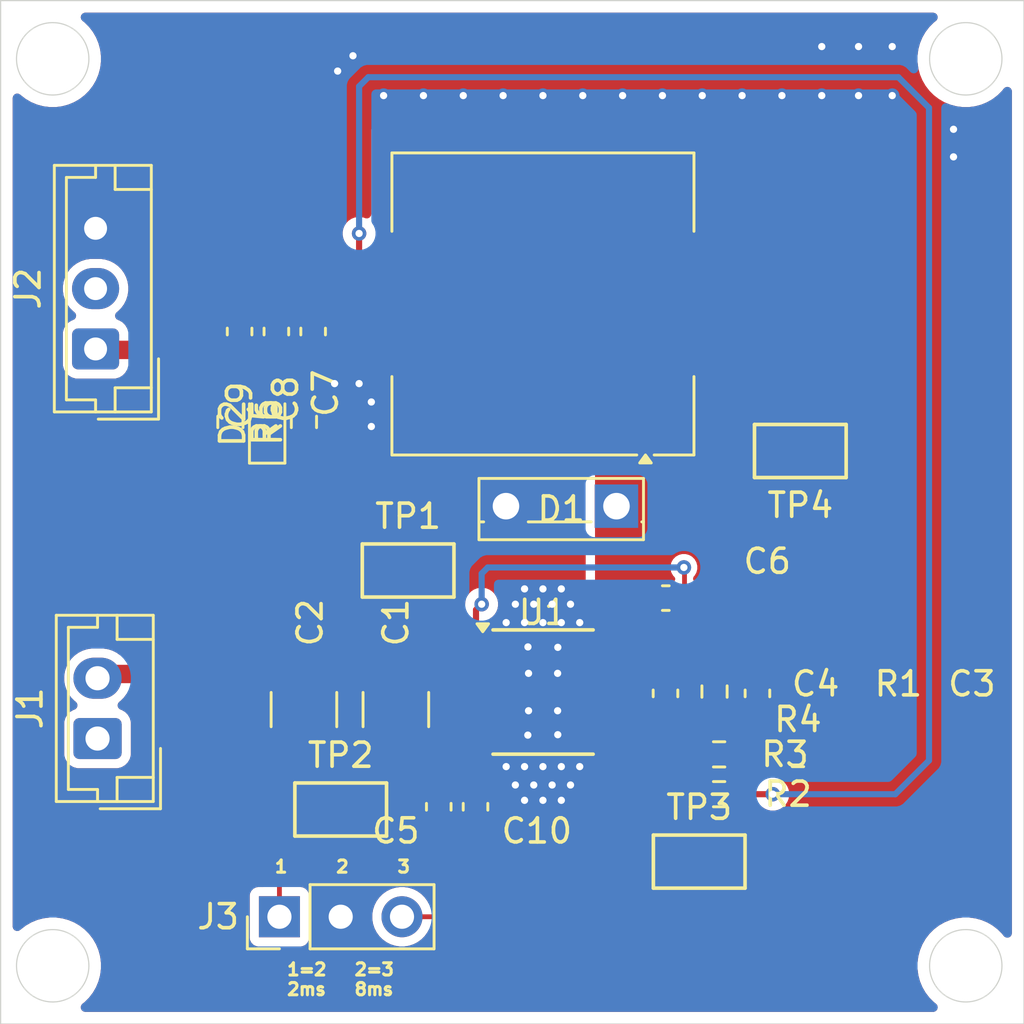
<source format=kicad_pcb>
(kicad_pcb (version 20241229) (generator "pcbnew") (generator_version "9.0")
  (layers (0 "F.Cu" signal "Top Signal") (4 "In1.Cu" power "Gnd 1") (6 "In2.Cu" power "Gnd 2") (2 "B.Cu" signal "Bottom Signal") (13 "F.Paste" user) (15 "B.Paste" user) (5 "F.SilkS" user "F.Silkscreen") (7 "B.SilkS" user "B.Silkscreen") (1 "F.Mask" user) (3 "B.Mask" user) (25 "Edge.Cuts" user))
  (net 0 "")
  (net 1 "GND")
  (net 2 "+12V")
  (net 3 "Net-(C3-Pad1)")
  (net 4 "COMP")
  (net 5 "PH")
  (net 6 "BOOT")
  (net 7 "VSENSE")
  (net 8 "+5v")
  (net 9 "Net-(R3-Pad1)")
  (net 10 "SS1")
  (net 11 "Net-(U1-SS)")
  (net 12 "SS2")
  (net 13 "Net-(D2-A)")
  (net 17 "EN")
  (footprint "TestPoint:TestPoint_Keystone_5015_Micro-Minature" (layer "F.Cu") (at 70.104 66.929)
    (property "Reference" "TP1" (at 0 -2.25 0) (layer "F.SilkS"))
    (property "Value" "TestPoint")
    (fp_line (start -1.9 -1.1) (end 1.9 -1.1) (stroke (width 0.15)) (layer "F.SilkS"))
    (fp_line (start -1.9 1.1) (end -1.9 -1.1) (stroke (width 0.15)) (layer "F.SilkS"))
    (fp_line (start 1.9 -1.1) (end 1.9 1.1) (stroke (width 0.15)) (layer "F.SilkS"))
    (fp_line (start 1.9 1.1) (end -1.9 1.1) (stroke (width 0.15)) (layer "F.SilkS"))
    (pad "1" smd rect (at 0 0) (size 3.4 1.8) (layers "F.Cu" "F.Mask" "F.Paste") (net 2 "+12V"))
  )
  (footprint "Resistor_SMD:R_0603_1608Metric" (layer "F.Cu") (at 86.261701 74.535709)
    (property "Reference" "R4" (at 0 -1.43 0) (layer "F.SilkS"))
    (property "Value" "390")
    (fp_line (start -0.237258 -0.5225) (end 0.237258 -0.5225) (stroke (width 0.12)) (layer "F.SilkS"))
    (fp_line (start -0.237258 0.5225) (end 0.237258 0.5225) (stroke (width 0.12)) (layer "F.SilkS"))
    (pad "1" smd roundrect (at -0.825 0) (size 0.8 0.95) (layers "F.Cu" "F.Mask" "F.Paste") (net 9 "Net-(R3-Pad1)"))
    (pad "2" smd roundrect (at 0.825 0) (size 0.8 0.95) (layers "F.Cu" "F.Mask" "F.Paste") (net 1 "GND"))
  )
  (footprint "Inductor_SMD:L_Coilcraft_MSS1278T-XXX" (layer "F.Cu") (at 75.692 55.88 180)
    (property "Reference" "L1" (hide yes))
    (property "Value" "12uH")
    (fp_line (start 6.26 6.26) (end 6.26 3.01) (stroke (width 0.12)) (layer "F.SilkS"))
    (fp_line (start 6.26 -6.26) (end 6.26 -3.01) (stroke (width 0.12)) (layer "F.SilkS"))
    (fp_line (start -3.89 -6.26) (end 6.26 -6.26) (stroke (width 0.12)) (layer "F.SilkS"))
    (fp_line (start -6.26 6.26) (end 6.26 6.26) (stroke (width 0.12)) (layer "F.SilkS"))
    (fp_line (start -6.26 6.26) (end -6.26 3.01) (stroke (width 0.12)) (layer "F.SilkS"))
    (fp_line (start -6.26 -6.26) (end -4.61 -6.26) (stroke (width 0.12)) (layer "F.SilkS"))
    (fp_line (start -6.26 -6.26) (end -6.26 -3.01) (stroke (width 0.12)) (layer "F.SilkS"))
    (fp_poly (pts (xy -4.25 -6.26) (xy -4.49 -6.59) (xy -4.01 -6.59) (xy -4.25 -6.26)) (stroke (width 0.12)) (fill yes) (layer "F.SilkS"))
    (pad "1" smd roundrect (at -4.25 0 180) (size 4 5.5) (layers "F.Cu" "F.Mask" "F.Paste") (net 5 "PH"))
    (pad "2" smd roundrect (at 4.25 0 180) (size 4 5.5) (layers "F.Cu" "F.Mask" "F.Paste") (net 8 "+5v"))
  )
  (footprint "Resistor_SMD:R_0603_1608Metric" (layer "F.Cu") (at 82.995 74.549)
    (property "Reference" "R3" (at 2.73 0 0) (layer "F.SilkS"))
    (property "Value" "1.5k")
    (fp_line (start -0.237258 -0.5225) (end 0.237258 -0.5225) (stroke (width 0.12)) (layer "F.SilkS"))
    (fp_line (start -0.237258 0.5225) (end 0.237258 0.5225) (stroke (width 0.12)) (layer "F.SilkS"))
    (pad "1" smd roundrect (at -0.825 0) (size 0.8 0.95) (layers "F.Cu" "F.Mask" "F.Paste") (net 9 "Net-(R3-Pad1)"))
    (pad "2" smd roundrect (at 0.825 0) (size 0.8 0.95) (layers "F.Cu" "F.Mask" "F.Paste") (net 7 "VSENSE"))
  )
  (footprint "Capacitor_SMD:C_0603_1608Metric" (layer "F.Cu") (at 84.583 72.022 -90)
    (property "Reference" "C3" (at -0.394 -8.89 180) (layer "F.SilkS"))
    (property "Value" "1nF")
    (fp_line (start -0.14058 0.51) (end 0.14058 0.51) (stroke (width 0.12)) (layer "F.SilkS"))
    (fp_line (start -0.14058 -0.51) (end 0.14058 -0.51) (stroke (width 0.12)) (layer "F.SilkS"))
    (pad "1" smd roundrect (at -0.775 0 270) (size 0.9 0.95) (layers "F.Cu" "F.Mask" "F.Paste") (net 3 "Net-(C3-Pad1)"))
    (pad "2" smd roundrect (at 0.775 0 270) (size 0.9 0.95) (layers "F.Cu" "F.Mask" "F.Paste") (net 1 "GND"))
  )
  (footprint "Connector_PinHeader_2.54mm:PinHeader_1x03_P2.54mm_Vertical" (layer "F.Cu") (at 64.77 81.28 90)
    (property "Reference" "J3" (at 0 -2.54 180) (layer "F.SilkS"))
    (property "Value" "Slow Start")
    (fp_line (start -1.33 -1.33) (end 0 -1.33) (stroke (width 0.12)) (layer "F.SilkS"))
    (fp_line (start -1.33 0) (end -1.33 -1.33) (stroke (width 0.12)) (layer "F.SilkS"))
    (fp_line (start 1.33 1.27) (end 1.33 6.41) (stroke (width 0.12)) (layer "F.SilkS"))
    (fp_line (start -1.33 1.27) (end 1.33 1.27) (stroke (width 0.12)) (layer "F.SilkS"))
    (fp_line (start -1.33 1.27) (end -1.33 6.41) (stroke (width 0.12)) (layer "F.SilkS"))
    (fp_line (start -1.33 6.41) (end 1.33 6.41) (stroke (width 0.12)) (layer "F.SilkS"))
    (pad "1" thru_hole rect (at 0 0 90) (size 1.7 1.7) (drill 1) (layers "*.Cu" "*.Mask") (net 10 "SS1"))
    (pad "2" thru_hole oval (at 0 2.54 90) (size 1.7 1.7) (drill 1) (layers "*.Cu" "*.Mask") (net 1 "GND"))
    (pad "3" thru_hole oval (at 0 5.08 90) (size 1.7 1.7) (drill 1) (layers "*.Cu" "*.Mask") (net 12 "SS2"))
  )
  (footprint "TestPoint:TestPoint_Keystone_5015_Micro-Minature" (layer "F.Cu") (at 67.31 76.835)
    (property "Reference" "TP2" (at 0 -2.25 0) (layer "F.SilkS"))
    (property "Value" "TestPoint")
    (fp_line (start -1.9 -1.1) (end 1.9 -1.1) (stroke (width 0.15)) (layer "F.SilkS"))
    (fp_line (start -1.9 1.1) (end -1.9 -1.1) (stroke (width 0.15)) (layer "F.SilkS"))
    (fp_line (start 1.9 -1.1) (end 1.9 1.1) (stroke (width 0.15)) (layer "F.SilkS"))
    (fp_line (start 1.9 1.1) (end -1.9 1.1) (stroke (width 0.15)) (layer "F.SilkS"))
    (pad "1" smd rect (at 0 0) (size 3.4 1.8) (layers "F.Cu" "F.Mask" "F.Paste") (net 11 "Net-(U1-SS)"))
  )
  (footprint "Capacitor_SMD:C_0603_1608Metric" (layer "F.Cu") (at 71.374 76.721 90)
    (property "Reference" "C5" (at -1.003 -1.778 180) (layer "F.SilkS"))
    (property "Value" "5nF")
    (fp_line (start -0.14058 -0.51) (end 0.14058 -0.51) (stroke (width 0.12)) (layer "F.SilkS"))
    (fp_line (start -0.14058 0.51) (end 0.14058 0.51) (stroke (width 0.12)) (layer "F.SilkS"))
    (pad "1" smd roundrect (at -0.775 0 90) (size 0.9 0.95) (layers "F.Cu" "F.Mask" "F.Paste") (net 10 "SS1"))
    (pad "2" smd roundrect (at 0.775 0 90) (size 0.9 0.95) (layers "F.Cu" "F.Mask" "F.Paste") (net 11 "Net-(U1-SS)"))
  )
  (footprint "Resistor_SMD:R_0603_1608Metric" (layer "F.Cu") (at 82.995 76.2 180)
    (property "Reference" "R2" (at -2.857 0 0) (layer "F.SilkS"))
    (property "Value" "10k")
    (fp_line (start -0.237258 0.5225) (end 0.237258 0.5225) (stroke (width 0.12)) (layer "F.SilkS"))
    (fp_line (start -0.237258 -0.5225) (end 0.237258 -0.5225) (stroke (width 0.12)) (layer "F.SilkS"))
    (pad "1" smd roundrect (at -0.825 0 180) (size 0.8 0.95) (layers "F.Cu" "F.Mask" "F.Paste") (net 8 "+5v"))
    (pad "2" smd roundrect (at 0.825 0 180) (size 0.8 0.95) (layers "F.Cu" "F.Mask" "F.Paste") (net 7 "VSENSE"))
  )
  (footprint "Package_TO_SOT_THT:TO-251-2_Vertical" (layer "F.Cu") (at 78.74 64.262 180)
    (property "Reference" "D1" (at 2.29 -0.12 0) (layer "F.SilkS"))
    (property "Value" "950mV 10A" (hide yes))
    (fp_line (start 5.7 -1.39) (end 5.7 1.15) (stroke (width 0.12)) (layer "F.SilkS"))
    (fp_line (start 5.505 -0.651) (end 5.7 -0.651) (stroke (width 0.12)) (layer "F.SilkS"))
    (fp_line (start 1.05 -0.651) (end 3.656 -0.651) (stroke (width 0.12)) (layer "F.SilkS"))
    (fp_line (start -1.12 1.15) (end 5.7 1.15) (stroke (width 0.12)) (layer "F.SilkS"))
    (fp_line (start -1.12 -0.651) (end -1.05 -0.651) (stroke (width 0.12)) (layer "F.SilkS"))
    (fp_line (start -1.12 -1.39) (end 5.7 -1.39) (stroke (width 0.12)) (layer "F.SilkS"))
    (fp_line (start -1.12 -1.39) (end -1.12 1.15) (stroke (width 0.12)) (layer "F.SilkS"))
    (pad "1" thru_hole rect (at 0 0 180) (size 1.8 1.8) (drill 1.1) (layers "*.Cu" "*.Mask") (net 5 "PH"))
    (pad "2" thru_hole circle (at 4.58 0 180) (size 1.8 1.8) (drill 1.1) (layers "*.Cu" "*.Mask") (net 1 "GND"))
  )
  (footprint "Capacitor_SMD:C_0603_1608Metric" (layer "F.Cu") (at 63.119 57.023 90)
    (property "Reference" "C9" (at -3.061 0 90) (layer "F.SilkS"))
    (property "Value" "47uF")
    (fp_line (start -0.14058 -0.51) (end 0.14058 -0.51) (stroke (width 0.12)) (layer "F.SilkS"))
    (fp_line (start -0.14058 0.51) (end 0.14058 0.51) (stroke (width 0.12)) (layer "F.SilkS"))
    (pad "1" smd roundrect (at -0.775 0 90) (size 0.9 0.95) (layers "F.Cu" "F.Mask" "F.Paste") (net 8 "+5v"))
    (pad "2" smd roundrect (at 0.775 0 90) (size 0.9 0.95) (layers "F.Cu" "F.Mask" "F.Paste") (net 1 "GND"))
  )
  (footprint "Capacitor_SMD:C_1210_3225Metric" (layer "F.Cu") (at 65.786 72.693 -90)
    (property "Reference" "C2" (at -3.605 -0.254 270) (layer "F.SilkS"))
    (property "Value" "22uF")
    (fp_line (start -0.711252 1.36) (end 0.711252 1.36) (stroke (width 0.12)) (layer "F.SilkS"))
    (fp_line (start -0.711252 -1.36) (end 0.711252 -1.36) (stroke (width 0.12)) (layer "F.SilkS"))
    (pad "1" smd roundrect (at -1.475 0 270) (size 1.15 2.7) (layers "F.Cu" "F.Mask" "F.Paste") (roundrect_rratio 0.217391) (net 2 "+12V"))
    (pad "2" smd roundrect (at 1.475 0 270) (size 1.15 2.7) (layers "F.Cu" "F.Mask" "F.Paste") (roundrect_rratio 0.217391) (net 1 "GND"))
  )
  (footprint "Capacitor_SMD:C_1210_3225Metric" (layer "F.Cu") (at 69.596 72.693 -90)
    (property "Reference" "C1" (at -3.605 0 270) (layer "F.SilkS"))
    (property "Value" "22uF")
    (fp_line (start -0.711252 1.36) (end 0.711252 1.36) (stroke (width 0.12)) (layer "F.SilkS"))
    (fp_line (start -0.711252 -1.36) (end 0.711252 -1.36) (stroke (width 0.12)) (layer "F.SilkS"))
    (pad "1" smd roundrect (at -1.475 0 270) (size 1.15 2.7) (layers "F.Cu" "F.Mask" "F.Paste") (roundrect_rratio 0.217391) (net 2 "+12V"))
    (pad "2" smd roundrect (at 1.475 0 270) (size 1.15 2.7) (layers "F.Cu" "F.Mask" "F.Paste") (roundrect_rratio 0.217391) (net 1 "GND"))
  )
  (footprint "Capacitor_SMD:C_0603_1608Metric" (layer "F.Cu") (at 72.898 76.721 90)
    (property "Reference" "C10" (at -1.003 2.54 180) (layer "F.SilkS"))
    (property "Value" "20nF")
    (fp_line (start -0.14058 -0.51) (end 0.14058 -0.51) (stroke (width 0.12)) (layer "F.SilkS"))
    (fp_line (start -0.14058 0.51) (end 0.14058 0.51) (stroke (width 0.12)) (layer "F.SilkS"))
    (pad "1" smd roundrect (at -0.775 0 90) (size 0.9 0.95) (layers "F.Cu" "F.Mask" "F.Paste") (net 12 "SS2"))
    (pad "2" smd roundrect (at 0.775 0 90) (size 0.9 0.95) (layers "F.Cu" "F.Mask" "F.Paste") (net 11 "Net-(U1-SS)"))
  )
  (footprint "TestPoint:TestPoint_Keystone_5015_Micro-Minature" (layer "F.Cu") (at 86.36 61.976 180)
    (property "Reference" "TP4" (at 0 -2.25 0) (layer "F.SilkS"))
    (property "Value" "TestPoint")
    (fp_line (start 1.9 1.1) (end -1.9 1.1) (stroke (width 0.15)) (layer "F.SilkS"))
    (fp_line (start 1.9 -1.1) (end 1.9 1.1) (stroke (width 0.15)) (layer "F.SilkS"))
    (fp_line (start -1.9 1.1) (end -1.9 -1.1) (stroke (width 0.15)) (layer "F.SilkS"))
    (fp_line (start -1.9 -1.1) (end 1.9 -1.1) (stroke (width 0.15)) (layer "F.SilkS"))
    (pad "1" smd rect (at 0 0 180) (size 3.4 1.8) (layers "F.Cu" "F.Mask" "F.Paste") (net 5 "PH"))
  )
  (footprint "Connector_JST:JST_EH_B3B-EH-A_1x03_P2.50mm_Vertical" (layer "F.Cu") (at 57.15 57.745 90)
    (property "Reference" "J2" (at 2.5 -2.8 90) (layer "F.SilkS"))
    (property "Value" "Conn_01x03_Socket")
    (fp_line (start 7.61 -1.71) (end -2.61 -1.71) (stroke (width 0.12)) (layer "F.SilkS"))
    (fp_line (start -2.61 -1.71) (end -2.61 2.31) (stroke (width 0.12)) (layer "F.SilkS"))
    (fp_line (start 7.11 -1.21) (end 7.11 0) (stroke (width 0.12)) (layer "F.SilkS"))
    (fp_line (start -2.11 -1.21) (end 7.11 -1.21) (stroke (width 0.12)) (layer "F.SilkS"))
    (fp_line (start 7.11 0) (end 7.61 0) (stroke (width 0.12)) (layer "F.SilkS"))
    (fp_line (start -2.11 0) (end -2.11 -1.21) (stroke (width 0.12)) (layer "F.SilkS"))
    (fp_line (start -2.61 0) (end -2.11 0) (stroke (width 0.12)) (layer "F.SilkS"))
    (fp_line (start -2.91 0.11) (end -2.91 2.61) (stroke (width 0.12)) (layer "F.SilkS"))
    (fp_line (start 7.61 0.81) (end 6.61 0.81) (stroke (width 0.12)) (layer "F.SilkS"))
    (fp_line (start 6.61 0.81) (end 6.61 2.31) (stroke (width 0.12)) (layer "F.SilkS"))
    (fp_line (start -1.61 0.81) (end -1.61 2.31) (stroke (width 0.12)) (layer "F.SilkS"))
    (fp_line (start -2.61 0.81) (end -1.61 0.81) (stroke (width 0.12)) (layer "F.SilkS"))
    (fp_line (start 7.61 2.31) (end 7.61 -1.71) (stroke (width 0.12)) (layer "F.SilkS"))
    (fp_line (start -2.61 2.31) (end 7.61 2.31) (stroke (width 0.12)) (layer "F.SilkS"))
    (fp_line (start -2.91 2.61) (end -0.41 2.61) (stroke (width 0.12)) (layer "F.SilkS"))
    (pad "1" thru_hole roundrect (at 0 0 90) (size 1.7 1.95) (drill 0.95) (layers "*.Cu" "*.Mask") (roundrect_rratio 0.147059) (net 8 "+5v"))
    (pad "2" thru_hole oval (at 2.5 0 90) (size 1.7 1.95) (drill 0.95) (layers "*.Cu" "*.Mask"))
    (pad "3" thru_hole oval (at 5 0 90) (size 1.7 1.95) (drill 0.95) (layers "*.Cu" "*.Mask") (net 1 "GND"))
  )
  (footprint "Resistor_SMD:R_0603_1608Metric" (layer "F.Cu") (at 82.804 71.946 90)
    (property "Reference" "R1" (at 0.318 7.62 180) (layer "F.SilkS"))
    (property "Value" "50k")
    (fp_line (start -0.237258 -0.5225) (end 0.237258 -0.5225) (stroke (width 0.12)) (layer "F.SilkS"))
    (fp_line (start -0.237258 0.5225) (end 0.237258 0.5225) (stroke (width 0.12)) (layer "F.SilkS"))
    (pad "1" smd roundrect (at -0.825 0 90) (size 0.8 0.95) (layers "F.Cu" "F.Mask" "F.Paste") (net 4 "COMP"))
    (pad "2" smd roundrect (at 0.825 0 90) (size 0.8 0.95) (layers "F.Cu" "F.Mask" "F.Paste") (net 3 "Net-(C3-Pad1)"))
  )
  (footprint "Capacitor_SMD:C_0603_1608Metric" (layer "F.Cu") (at 80.772 72.022 90)
    (property "Reference" "C4" (at 0.394 6.223 180) (layer "F.SilkS"))
    (property "Value" "10pF")
    (fp_line (start -0.14058 -0.51) (end 0.14058 -0.51) (stroke (width 0.12)) (layer "F.SilkS"))
    (fp_line (start -0.14058 0.51) (end 0.14058 0.51) (stroke (width 0.12)) (layer "F.SilkS"))
    (pad "1" smd roundrect (at -0.775 0 90) (size 0.9 0.95) (layers "F.Cu" "F.Mask" "F.Paste") (net 4 "COMP"))
    (pad "2" smd roundrect (at 0.775 0 90) (size 0.9 0.95) (layers "F.Cu" "F.Mask" "F.Paste") (net 1 "GND"))
  )
  (footprint "Capacitor_SMD:C_0603_1608Metric" (layer "F.Cu") (at 66.167 57.023 90)
    (property "Reference" "C7" (at -2.553 0.508 90) (layer "F.SilkS"))
    (property "Value" "47uF")
    (fp_line (start -0.14058 -0.51) (end 0.14058 -0.51) (stroke (width 0.12)) (layer "F.SilkS"))
    (fp_line (start -0.14058 0.51) (end 0.14058 0.51) (stroke (width 0.12)) (layer "F.SilkS"))
    (pad "1" smd roundrect (at -0.775 0 90) (size 0.9 0.95) (layers "F.Cu" "F.Mask" "F.Paste") (net 8 "+5v"))
    (pad "2" smd roundrect (at 0.775 0 90) (size 0.9 0.95) (layers "F.Cu" "F.Mask" "F.Paste") (net 1 "GND"))
  )
  (footprint "LED_SMD:LED_0603_1608Metric_Pad1.05x0.95mm_HandSolder" (layer "F.Cu") (at 64.262 60.819 90)
    (property "Reference" "D2" (at 0 -1.43 90) (layer "F.SilkS"))
    (property "Value" "LED")
    (fp_line (start 0.8 -0.735) (end -1.66 -0.735) (stroke (width 0.12)) (layer "F.SilkS"))
    (fp_line (start -1.66 -0.735) (end -1.66 0.735) (stroke (width 0.12)) (layer "F.SilkS"))
    (fp_line (start -1.66 0.735) (end 0.8 0.735) (stroke (width 0.12)) (layer "F.SilkS"))
    (pad "1" smd roundrect (at -0.875 0 90) (size 1.05 0.95) (layers "F.Cu" "F.Mask" "F.Paste") (net 1 "GND"))
    (pad "2" smd roundrect (at 0.875 0 90) (size 1.05 0.95) (layers "F.Cu" "F.Mask" "F.Paste") (net 13 "Net-(D2-A)"))
  )
  (footprint "Connector_JST:JST_EH_B2B-EH-A_1x02_P2.50mm_Vertical" (layer "F.Cu") (at 57.231 73.894 90)
    (property "Reference" "J1" (at 1.25 -2.8 90) (layer "F.SilkS"))
    (property "Value" "+12V In")
    (fp_line (start 5.11 -1.71) (end -2.61 -1.71) (stroke (width 0.12)) (layer "F.SilkS"))
    (fp_line (start -2.61 -1.71) (end -2.61 2.31) (stroke (width 0.12)) (layer "F.SilkS"))
    (fp_line (start 4.61 -1.21) (end 4.61 0) (stroke (width 0.12)) (layer "F.SilkS"))
    (fp_line (start -2.11 -1.21) (end 4.61 -1.21) (stroke (width 0.12)) (layer "F.SilkS"))
    (fp_line (start 4.61 0) (end 5.11 0) (stroke (width 0.12)) (layer "F.SilkS"))
    (fp_line (start -2.11 0) (end -2.11 -1.21) (stroke (width 0.12)) (layer "F.SilkS"))
    (fp_line (start -2.61 0) (end -2.11 0) (stroke (width 0.12)) (layer "F.SilkS"))
    (fp_line (start -2.91 0.11) (end -2.91 2.61) (stroke (width 0.12)) (layer "F.SilkS"))
    (fp_line (start 5.11 0.81) (end 4.11 0.81) (stroke (width 0.12)) (layer "F.SilkS"))
    (fp_line (start 4.11 0.81) (end 4.11 2.31) (stroke (width 0.12)) (layer "F.SilkS"))
    (fp_line (start -1.61 0.81) (end -1.61 2.31) (stroke (width 0.12)) (layer "F.SilkS"))
    (fp_line (start -2.61 0.81) (end -1.61 0.81) (stroke (width 0.12)) (layer "F.SilkS"))
    (fp_line (start 5.11 2.31) (end 5.11 -1.71) (stroke (width 0.12)) (layer "F.SilkS"))
    (fp_line (start -2.61 2.31) (end 5.11 2.31) (stroke (width 0.12)) (layer "F.SilkS"))
    (fp_line (start -2.91 2.61) (end -0.41 2.61) (stroke (width 0.12)) (layer "F.SilkS"))
    (pad "1" thru_hole roundrect (at 0 0 90) (size 1.7 2) (drill 1) (layers "*.Cu" "*.Mask") (roundrect_rratio 0.147059))
    (pad "2" thru_hole oval (at 2.5 0 90) (size 1.7 2) (drill 1) (layers "*.Cu" "*.Mask"))
  )
  (footprint "Capacitor_SMD:C_0603_1608Metric" (layer "F.Cu") (at 64.643 57.023 90)
    (property "Reference" "C8" (at -2.807 0.381 90) (layer "F.SilkS"))
    (property "Value" "47uF")
    (fp_line (start -0.14058 -0.51) (end 0.14058 -0.51) (stroke (width 0.12)) (layer "F.SilkS"))
    (fp_line (start -0.14058 0.51) (end 0.14058 0.51) (stroke (width 0.12)) (layer "F.SilkS"))
    (pad "1" smd roundrect (at -0.775 0 90) (size 0.9 0.95) (layers "F.Cu" "F.Mask" "F.Paste") (net 8 "+5v"))
    (pad "2" smd roundrect (at 0.775 0 90) (size 0.9 0.95) (layers "F.Cu" "F.Mask" "F.Paste") (net 1 "GND"))
  )
  (footprint "TestPoint:TestPoint_Keystone_5015_Micro-Minature" (layer "F.Cu") (at 82.169 78.994)
    (property "Reference" "TP3" (at 0 -2.25 0) (layer "F.SilkS"))
    (property "Value" "TestPoint")
    (fp_line (start -1.9 -1.1) (end 1.9 -1.1) (stroke (width 0.15)) (layer "F.SilkS"))
    (fp_line (start -1.9 1.1) (end -1.9 -1.1) (stroke (width 0.15)) (layer "F.SilkS"))
    (fp_line (start 1.9 -1.1) (end 1.9 1.1) (stroke (width 0.15)) (layer "F.SilkS"))
    (fp_line (start 1.9 1.1) (end -1.9 1.1) (stroke (width 0.15)) (layer "F.SilkS"))
    (pad "1" smd rect (at 0 0) (size 3.4 1.8) (layers "F.Cu" "F.Mask" "F.Paste") (net 7 "VSENSE"))
  )
  (footprint "Resistor_SMD:R_0603_1608Metric" (layer "F.Cu") (at 62.738 60.77 -90)
    (property "Reference" "R5" (at 0 -1.43 90) (layer "F.SilkS"))
    (property "Value" "1k" (hide yes))
    (fp_line (start -0.237258 0.5225) (end 0.237258 0.5225) (stroke (width 0.12)) (layer "F.SilkS"))
    (fp_line (start -0.237258 -0.5225) (end 0.237258 -0.5225) (stroke (width 0.12)) (layer "F.SilkS"))
    (pad "1" smd roundrect (at -0.825 0 270) (size 0.8 0.95) (layers "F.Cu" "F.Mask" "F.Paste") (net 8 "+5v"))
    (pad "2" smd roundrect (at 0.825 0 270) (size 0.8 0.95) (layers "F.Cu" "F.Mask" "F.Paste") (net 13 "Net-(D2-A)"))
  )
  (footprint "Capacitor_SMD:C_0603_1608Metric" (layer "F.Cu") (at 80.785 68.072 180)
    (property "Reference" "C6" (at -4.204 1.524 0) (layer "F.SilkS"))
    (property "Value" "100nF")
    (fp_line (start -0.14058 0.51) (end 0.14058 0.51) (stroke (width 0.12)) (layer "F.SilkS"))
    (fp_line (start -0.14058 -0.51) (end 0.14058 -0.51) (stroke (width 0.12)) (layer "F.SilkS"))
    (pad "1" smd roundrect (at -0.775 0 180) (size 0.9 0.95) (layers "F.Cu" "F.Mask" "F.Paste") (net 6 "BOOT"))
    (pad "2" smd roundrect (at 0.775 0 180) (size 0.9 0.95) (layers "F.Cu" "F.Mask" "F.Paste") (net 5 "PH"))
  )
  (footprint "Resistor_SMD:R_0603_1608Metric" (layer "F.Cu") (at 65.786 60.77 90)
    (property "Reference" "R6" (at 0 -1.43 90) (layer "F.SilkS"))
    (property "Value" "1.5k" (hide yes))
    (fp_line (start -0.237258 -0.5225) (end 0.237258 -0.5225) (stroke (width 0.12)) (layer "F.SilkS"))
    (fp_line (start -0.237258 0.5225) (end 0.237258 0.5225) (stroke (width 0.12)) (layer "F.SilkS"))
    (pad "1" smd roundrect (at -0.825 0 90) (size 0.8 0.95) (layers "F.Cu" "F.Mask" "F.Paste") (net 1 "GND"))
    (pad "2" smd roundrect (at 0.825 0 90) (size 0.8 0.95) (layers "F.Cu" "F.Mask" "F.Paste") (net 13 "Net-(D2-A)"))
  )
  (footprint "Package_SO:TI_SO-PowerPAD-8" (layer "F.Cu") (at 75.697983 71.966194)
    (property "Reference" "U1" (at 0 -3.3 0) (layer "F.SilkS"))
    (property "Value" "~")
    (fp_line (start -2.075 -2.575) (end 2.075 -2.575) (stroke (width 0.15)) (layer "F.SilkS"))
    (fp_line (start -2.075 2.575) (end 2.075 2.575) (stroke (width 0.15)) (layer "F.SilkS"))
    (fp_poly (pts (xy -2.5 -2.5) (xy -2.74 -2.83) (xy -2.26 -2.83) (xy -2.5 -2.5)) (stroke (width 0.12)) (fill yes) (layer "F.SilkS"))
    (pad "1" smd rect (at -2.78 -1.905) (size 1.91 0.61) (layers "F.Cu" "F.Mask" "F.Paste") (net 6 "BOOT"))
    (pad "2" smd rect (at -2.78 -0.635) (size 1.91 0.61) (layers "F.Cu" "F.Mask" "F.Paste") (net 2 "+12V"))
    (pad "3" smd rect (at -2.78 0.635) (size 1.91 0.61) (layers "F.Cu" "F.Mask" "F.Paste") (net 17 "EN"))
    (pad "4" smd rect (at -2.78 1.905) (size 1.91 0.61) (layers "F.Cu" "F.Mask" "F.Paste") (net 11 "Net-(U1-SS)"))
    (pad "5" smd rect (at 2.78 1.905) (size 1.91 0.61) (layers "F.Cu" "F.Mask" "F.Paste") (net 7 "VSENSE"))
    (pad "6" smd rect (at 2.78 0.635) (size 1.91 0.61) (layers "F.Cu" "F.Mask" "F.Paste") (net 4 "COMP"))
    (pad "7" smd rect (at 2.78 -0.635) (size 1.91 0.61) (layers "F.Cu" "F.Mask" "F.Paste") (net 1 "GND"))
    (pad "8" smd rect (at 2.78 -1.905) (size 1.91 0.61) (layers "F.Cu" "F.Mask" "F.Paste") (net 5 "PH"))
    (pad "9" smd rect (at -0.6025 -0.775) (size 1.205 1.55) (layers "F.Cu" "F.Mask" "F.Paste") (net 1 "GND"))
    (pad "9" smd rect (at -0.6025 0.775) (size 1.205 1.55) (layers "F.Cu" "F.Mask" "F.Paste") (net 1 "GND"))
    (pad "9" smd rect (at 0.6025 -0.775) (size 1.205 1.55) (layers "F.Cu" "F.Mask" "F.Paste") (net 1 "GND"))
    (pad "9" smd rect (at 0.6025 0.775) (size 1.205 1.55) (layers "F.Cu" "F.Mask" "F.Paste") (net 1 "GND"))
  )
  (gr_circle (center 55.372 83.312) (end 56.871997 83.312) (stroke (width 0.05)) (fill no) (layer "Edge.Cuts"))
  (gr_rect (start 53.213 43.307) (end 95.631 85.725) (stroke (width 0.05)) (fill no) (layer "Edge.Cuts"))
  (gr_circle (center 93.218 45.72) (end 94.717997 45.72) (stroke (width 0.05)) (fill no) (layer "Edge.Cuts"))
  (gr_circle (center 93.218 83.312) (end 94.717997 83.312) (stroke (width 0.05)) (fill no) (layer "Edge.Cuts"))
  (gr_circle (center 55.372 45.72) (end 56.871997 45.72) (stroke (width 0.05)) (fill no) (layer "Edge.Cuts"))
  (gr_text "2=3\n8ms" (at 67.818 84.582 0) (layer "F.SilkS") (effects (font (size 0.508 0.508) (thickness 0.127) (bold yes)) (justify left bottom)))
  (gr_text "1" (at 64.516 79.502 0) (layer "F.SilkS") (effects (font (size 0.508 0.508) (thickness 0.127) (bold yes)) (justify left bottom)))
  (gr_text "3" (at 69.596 79.502 0) (layer "F.SilkS") (effects (font (size 0.508 0.508) (thickness 0.127) (bold yes)) (justify left bottom)))
  (gr_text "1=2 \n2ms" (at 65.024 84.582 0) (layer "F.SilkS") (effects (font (size 0.508 0.508) (thickness 0.127) (bold yes)) (justify left bottom)))
  (gr_text "2" (at 67.056 79.502 0) (layer "F.SilkS") (effects (font (size 0.508 0.508) (thickness 0.127) (bold yes)) (justify left bottom)))
  (segment (start 76.440483 71.331194) (end 76.300483 71.191194) (width 0.254) (layer "F.Cu") (net 1))
  (segment (start 78.477983 71.331194) (end 80.687806 71.331194) (width 0.254) (layer "F.Cu") (net 1))
  (segment (start 78.477983 71.331194) (end 76.440483 71.331194) (width 0.254) (layer "F.Cu") (net 1))
  (segment (start 80.687806 71.331194) (end 80.772 71.247) (width 0.254) (layer "F.Cu") (net 1))
  (via (at 74.93 69.088) (size 0.6) (drill 0.3) (layers "F.Cu" "B.Cu") (net 1))
  (via (at 74.93 76.454) (size 0.6) (drill 0.3) (layers "F.Cu" "B.Cu") (net 1))
  (via (at 76.454 75.057) (size 0.6) (drill 0.3) (layers "F.Cu" "B.Cu") (net 1))
  (via (at 68.58 60.96) (size 0.6) (drill 0.3) (layers "F.Cu" "B.Cu") (net 1))
  (via (at 69.088 47.244) (size 0.6) (drill 0.3) (layers "F.Cu" "B.Cu") (net 1))
  (via (at 75.095483 72.741194) (size 0.6) (drill 0.3) (layers "F.Cu" "B.Cu") (net 1))
  (via (at 77.216 75.057) (size 0.6) (drill 0.3) (layers "F.Cu" "B.Cu") (net 1))
  (via (at 74.168 69.088) (size 0.6) (drill 0.3) (layers "F.Cu" "B.Cu") (net 1))
  (via (at 88.773 45.212) (size 0.6) (drill 0.3) (layers "F.Cu" "B.Cu") (net 1))
  (via (at 70.739 47.244) (size 0.6) (drill 0.3) (layers "F.Cu" "B.Cu") (net 1))
  (via (at 90.17 45.212) (size 0.6) (drill 0.3) (layers "F.Cu" "B.Cu") (net 1))
  (via (at 82.296 47.244) (size 0.6) (drill 0.3) (layers "F.Cu" "B.Cu") (net 1))
  (via (at 76.073 68.326) (size 0.6) (drill 0.3) (layers "F.Cu" "B.Cu") (net 1))
  (via (at 74.549 68.326) (size 0.6) (drill 0.3) (layers "F.Cu" "B.Cu") (net 1))
  (via (at 85.598 47.244) (size 0.6) (drill 0.3) (layers "F.Cu" "B.Cu") (net 1))
  (via (at 77.216 69.088) (size 0.6) (drill 0.3) (layers "F.Cu" "B.Cu") (net 1))
  (via (at 88.773 47.244) (size 0.6) (drill 0.3) (layers "F.Cu" "B.Cu") (net 1))
  (via (at 75.311 68.326) (size 0.6) (drill 0.3) (layers "F.Cu" "B.Cu") (net 1))
  (via (at 87.249 45.212) (size 0.6) (drill 0.3) (layers "F.Cu" "B.Cu") (net 1))
  (via (at 67.183 46.228) (size 0.6) (drill 0.3) (layers "F.Cu" "B.Cu") (net 1))
  (via (at 75.095483 71.191194) (size 0.6) (drill 0.3) (layers "F.Cu" "B.Cu") (net 1))
  (via (at 67.818 45.593) (size 0.6) (drill 0.3) (layers "F.Cu" "B.Cu") (net 1))
  (via (at 68.58 59.944) (size 0.6) (drill 0.3) (layers "F.Cu" "B.Cu") (net 1))
  (via (at 75.692 47.244) (size 0.6) (drill 0.3) (layers "F.Cu" "B.Cu") (net 1))
  (via (at 74.168 75.057) (size 0.6) (drill 0.3) (layers "F.Cu" "B.Cu") (net 1))
  (via (at 76.454 69.088) (size 0.6) (drill 0.3) (layers "F.Cu" "B.Cu") (net 1))
  (via (at 83.947 47.244) (size 0.6) (drill 0.3) (layers "F.Cu" "B.Cu") (net 1))
  (via (at 74.549 75.819) (size 0.6) (drill 0.3) (layers "F.Cu" "B.Cu") (net 1))
  (via (at 75.692 67.691) (size 0.6) (drill 0.3) (layers "F.Cu" "B.Cu") (net 1))
  (via (at 74.041 47.244) (size 0.6) (drill 0.3) (layers "F.Cu" "B.Cu") (net 1))
  (via (at 76.073 75.819) (size 0.6) (drill 0.3) (layers "F.Cu" "B.Cu") (net 1))
  (via (at 78.994 47.244) (size 0.6) (drill 0.3) (layers "F.Cu" "B.Cu") (net 1))
  (via (at 74.93 75.057) (size 0.6) (drill 0.3) (layers "F.Cu" "B.Cu") (net 1))
  (via (at 75.311 75.819) (size 0.6) (drill 0.3) (layers "F.Cu" "B.Cu") (net 1))
  (via (at 76.300483 72.741194) (size 0.6) (drill 0.3) (layers "F.Cu" "B.Cu") (net 1))
  (via (at 76.835 68.326) (size 0.6) (drill 0.3) (layers "F.Cu" "B.Cu") (net 1))
  (via (at 67.056 59.182) (size 0.6) (drill 0.3) (layers "F.Cu" "B.Cu") (net 1))
  (via (at 72.39 47.244) (size 0.6) (drill 0.3) (layers "F.Cu" "B.Cu") (net 1))
  (via (at 76.300483 71.191194) (size 0.6) (drill 0.3) (layers "F.Cu" "B.Cu") (net 1))
  (via (at 80.645 47.244) (size 0.6) (drill 0.3) (layers "F.Cu" "B.Cu") (net 1))
  (via (at 90.17 47.244) (size 0.6) (drill 0.3) (layers "F.Cu" "B.Cu") (net 1))
  (via (at 75.070917 70.09607) (size 0.6) (drill 0.3) (layers "F.Cu" "B.Cu") (net 1))
  (via (at 75.065894 73.752224) (size 0.6) (drill 0.3) (layers "F.Cu" "B.Cu") (net 1))
  (via (at 92.71 48.641) (size 0.6) (drill 0.3) (layers "F.Cu" "B.Cu") (net 1))
  (via (at 87.249 47.244) (size 0.6) (drill 0.3) (layers "F.Cu" "B.Cu") (net 1))
  (via (at 76.309129 70.113929) (size 0.6) (drill 0.3) (layers "F.Cu" "B.Cu") (net 1))
  (via (at 74.93 67.691) (size 0.6) (drill 0.3) (layers "F.Cu" "B.Cu") (net 1))
  (via (at 92.71 49.784) (size 0.6) (drill 0.3) (layers "F.Cu" "B.Cu") (net 1))
  (via (at 76.454 67.691) (size 0.6) (drill 0.3) (layers "F.Cu" "B.Cu") (net 1))
  (via (at 75.692 69.088) (size 0.6) (drill 0.3) (layers "F.Cu" "B.Cu") (net 1))
  (via (at 75.692 76.454) (size 0.6) (drill 0.3) (layers "F.Cu" "B.Cu") (net 1))
  (via (at 76.835 75.819) (size 0.6) (drill 0.3) (layers "F.Cu" "B.Cu") (net 1))
  (via (at 75.692 75.057) (size 0.6) (drill 0.3) (layers "F.Cu" "B.Cu") (net 1))
  (via (at 68.072 59.182) (size 0.6) (drill 0.3) (layers "F.Cu" "B.Cu") (net 1))
  (via (at 77.343 47.244) (size 0.6) (drill 0.3) (layers "F.Cu" "B.Cu") (net 1))
  (via (at 76.454 76.454) (size 0.6) (drill 0.3) (layers "F.Cu" "B.Cu") (net 1))
  (via (at 76.307083 73.734365) (size 0.6) (drill 0.3) (layers "F.Cu" "B.Cu") (net 1))
  (segment (start 69.596 71.12) (end 71.882 71.12) (width 0.762) (layer "F.Cu") (net 2))
  (segment (start 71.247 68.326) (end 71.247 67.183) (width 0.762) (layer "F.Cu") (net 2))
  (segment (start 57.306 71.218) (end 65.786 71.218) (width 0.762) (layer "F.Cu") (net 2))
  (segment (start 71.882 71.12) (end 72.706789 71.12) (width 0.762) (layer "F.Cu") (net 2))
  (segment (start 72.706789 71.12) (end 72.917983 71.331194) (width 0.762) (layer "F.Cu") (net 2))
  (segment (start 70.612 71.374) (end 72.785 71.374) (width 0.762) (layer "F.Cu") (net 2))
  (segment (start 68.326 71.374) (end 70.612 71.374) (width 0.762) (layer "F.Cu") (net 2))
  (segment (start 71.882 71.12) (end 71.247 70.485) (width 0.762) (layer "F.Cu") (net 2))
  (segment (start 65.786 71.218) (end 69.596 71.218) (width 0.762) (layer "F.Cu") (net 2))
  (segment (start 57.15 71.374) (end 57.306 71.218) (width 0.762) (layer "F.Cu") (net 2))
  (segment (start 71.247 70.485) (end 71.247 68.326) (width 0.762) (layer "F.Cu") (net 2))
  (segment (start 82.93 71.247) (end 82.804 71.121) (width 0.254) (layer "F.Cu") (net 3))
  (segment (start 84.582 71.247) (end 82.93 71.247) (width 0.254) (layer "F.Cu") (net 3))
  (segment (start 80.772 72.797) (end 82.778 72.797) (width 0.254) (layer "F.Cu") (net 4))
  (segment (start 82.778 72.797) (end 82.804 72.771) (width 0.254) (layer "F.Cu") (net 4))
  (segment (start 78.477983 72.601194) (end 80.576194 72.601194) (width 0.254) (layer "F.Cu") (net 4))
  (segment (start 80.576194 72.601194) (end 80.772 72.797) (width 0.254) (layer "F.Cu") (net 4))
  (segment (start 84.328 63.246) (end 84.328 63.754) (width 0.762) (layer "F.Cu") (net 5))
  (segment (start 84.582 62.103) (end 84.328 61.849) (width 0.762) (layer "F.Cu") (net 5))
  (segment (start 84.328 60.833) (end 84.328 61.849) (width 0.762) (layer "F.Cu") (net 5))
  (segment (start 84.328 56.896) (end 84.328 60.833) (width 0.762) (layer "F.Cu") (net 5))
  (segment (start 78.477983 67.564) (end 78.477983 66.802) (width 0.762) (layer "F.Cu") (net 5))
  (segment (start 86.36 62.103) (end 84.582 62.103) (width 0.762) (layer "F.Cu") (net 5))
  (segment (start 78.477983 66.802) (end 78.477983 64.524017) (width 0.762) (layer "F.Cu") (net 5))
  (segment (start 85.471 62.103) (end 86.36 62.103) (width 0.762) (layer "F.Cu") (net 5))
  (segment (start 83.82 64.262) (end 78.74 64.262) (width 0.762) (layer "F.Cu") (net 5))
  (segment (start 84.328 63.246) (end 85.471 62.103) (width 0.762) (layer "F.Cu") (net 5))
  (segment (start 79.942 55.88) (end 83.312 55.88) (width 0.762) (layer "F.Cu") (net 5))
  (segment (start 78.477983 68.58) (end 78.985983 68.072) (width 0.762) (layer "F.Cu") (net 5))
  (segment (start 78.477983 68.58) (end 78.477983 66.802) (width 0.762) (layer "F.Cu") (net 5))
  (segment (start 78.985983 68.072) (end 80.01 68.072) (width 0.762) (layer "F.Cu") (net 5))
  (segment (start 78.477983 70.061194) (end 78.477983 68.58) (width 0.762) (layer "F.Cu") (net 5))
  (segment (start 83.312 55.88) (end 84.328 56.896) (width 0.762) (layer "F.Cu") (net 5))
  (segment (start 78.477983 64.524017) (end 78.74 64.262) (width 0.762) (layer "F.Cu") (net 5))
  (segment (start 84.328 61.849) (end 84.328 63.246) (width 0.762) (layer "F.Cu") (net 5))
  (segment (start 84.328 63.754) (end 83.82 64.262) (width 0.762) (layer "F.Cu") (net 5))
  (segment (start 85.598 62.103) (end 84.328 60.833) (width 0.762) (layer "F.Cu") (net 5))
  (segment (start 86.36 62.103) (end 85.598 62.103) (width 0.762) (layer "F.Cu") (net 5))
  (segment (start 78.985983 68.072) (end 78.477983 67.564) (width 0.762) (layer "F.Cu") (net 5))
  (segment (start 81.56 66.828) (end 81.56 68.072) (width 0.2) (layer "F.Cu") (net 6))
  (segment (start 73.152 68.326) (end 72.917983 68.560017) (width 0.254) (layer "F.Cu") (net 6))
  (segment (start 72.917983 68.560017) (end 72.917983 70.061194) (width 0.254) (layer "F.Cu") (net 6))
  (segment (start 81.534 66.802) (end 81.56 66.828) (width 0.2) (layer "F.Cu") (net 6))
  (via (at 81.534 66.802) (size 0.6) (drill 0.3) (layers "F.Cu" "B.Cu") (net 6))
  (via (at 73.152 68.326) (size 0.6) (drill 0.3) (layers "F.Cu" "B.Cu") (net 6))
  (segment (start 73.406 66.802) (end 73.152 67.056) (width 0.254) (layer "B.Cu") (net 6))
  (segment (start 81.534 66.802) (end 73.406 66.802) (width 0.254) (layer "B.Cu") (net 6))
  (segment (start 73.152 67.056) (end 73.152 68.326) (width 0.254) (layer "B.Cu") (net 6))
  (segment (start 85.42341 74.549) (end 85.436701 74.535709) (width 0.2) (layer "F.Cu") (net 7))
  (segment (start 79.205194 73.871194) (end 79.883 74.549) (width 0.254) (layer "F.Cu") (net 7))
  (segment (start 79.883 74.549) (end 82.17 74.549) (width 0.254) (layer "F.Cu") (net 7))
  (segment (start 83.82 74.549) (end 85.42341 74.549) (width 0.2) (layer "F.Cu") (net 7))
  (segment (start 82.17 76.201) (end 82.169 76.202) (width 0.254) (layer "F.Cu") (net 7))
  (segment (start 78.477983 73.871194) (end 79.205194 73.871194) (width 0.254) (layer "F.Cu") (net 7))
  (segment (start 82.17 74.549) (end 82.17 76.2) (width 0.254) (layer "F.Cu") (net 7))
  (segment (start 82.17 76.2) (end 82.17 76.201) (width 0.254) (layer "F.Cu") (net 7))
  (segment (start 82.169 76.202) (end 82.169 78.994) (width 0.254) (layer "F.Cu") (net 7))
  (segment (start 69.524 57.798) (end 71.442 55.88) (width 0.762) (layer "F.Cu") (net 8))
  (segment (start 64.63 57.785) (end 64.643 57.798) (width 0.762) (layer "F.Cu") (net 8))
  (segment (start 70.612 57.912) (end 69.723 57.912) (width 0.762) (layer "F.Cu") (net 8))
  (segment (start 57.317 57.785) (end 64.63 57.785) (width 0.762) (layer "F.Cu") (net 8))
  (segment (start 62.738 58.179) (end 63.119 57.798) (width 0.2) (layer "F.Cu") (net 8))
  (segment (start 71.442 55.88) (end 71.442 56.193) (width 0.762) (layer "F.Cu") (net 8))
  (segment (start 66.167 57.798) (end 69.524 57.798) (width 0.762) (layer "F.Cu") (net 8))
  (segment (start 68.072 57.277) (end 68.072 57.658) (width 0.254) (layer "F.Cu") (net 8))
  (segment (start 83.82 76.2) (end 85.217 76.2) (width 0.254) (layer "F.Cu") (net 8))
  (segment (start 57.277 57.745) (end 57.317 57.785) (width 0.762) (layer "F.Cu") (net 8))
  (segment (start 71.442 56.193) (end 69.723 57.912) (width 0.762) (layer "F.Cu") (net 8))
  (segment (start 68.072 57.277) (end 68.707 57.912) (width 0.254) (layer "F.Cu") (net 8))
  (segment (start 62.738 59.945) (end 62.738 58.179) (width 0.2) (layer "F.Cu") (net 8))
  (segment (start 71.374 57.15) (end 70.612 57.912) (width 0.762) (layer "F.Cu") (net 8))
  (segment (start 68.072 57.277) (end 67.437 57.912) (width 0.254) (layer "F.Cu") (net 8))
  (segment (start 66.167 57.798) (end 63.119 57.798) (width 0.762) (layer "F.Cu") (net 8))
  (segment (start 68.072 57.531) (end 67.691 57.912) (width 0.254) (layer "F.Cu") (net 8))
  (segment (start 68.707 57.912) (end 68.834 57.912) (width 0.254) (layer "F.Cu") (net 8))
  (segment (start 68.072 57.277) (end 68.072 57.531) (width 0.254) (layer "F.Cu") (net 8))
  (segment (start 68.072 52.959) (end 68.072 57.277) (width 0.254) (layer "F.Cu") (net 8))
  (segment (start 68.072 57.658) (end 68.326 57.912) (width 0.254) (layer "F.Cu") (net 8))
  (via (at 68.072 52.959) (size 0.6) (drill 0.3) (layers "F.Cu" "B.Cu") (net 8))
  (via (at 85.217 76.2) (size 0.6) (drill 0.3) (layers "F.Cu" "B.Cu") (net 8))
  (segment (start 91.694 74.803) (end 90.297 76.2) (width 0.254) (layer "B.Cu") (net 8))
  (segment (start 91.694 47.752) (end 91.694 74.803) (width 0.254) (layer "B.Cu") (net 8))
  (segment (start 90.297 76.2) (end 85.217 76.2) (width 0.254) (layer "B.Cu") (net 8))
  (segment (start 68.453 46.482) (end 90.424 46.482) (width 0.254) (layer "B.Cu") (net 8))
  (segment (start 90.424 46.482) (end 91.694 47.752) (width 0.254) (layer "B.Cu") (net 8))
  (segment (start 68.072 46.863) (end 68.453 46.482) (width 0.254) (layer "B.Cu") (net 8))
  (segment (start 68.072 52.959) (end 68.072 46.863) (width 0.254) (layer "B.Cu") (net 8))
  (segment (start 70.612 78.74) (end 65.786 78.74) (width 0.2) (layer "F.Cu") (net 10))
  (segment (start 71.374 77.496) (end 71.374 77.978) (width 0.2) (layer "F.Cu") (net 10))
  (segment (start 64.77 79.756) (end 64.77 81.28) (width 0.2) (layer "F.Cu") (net 10))
  (segment (start 65.786 78.74) (end 64.77 79.756) (width 0.2) (layer "F.Cu") (net 10))
  (segment (start 71.374 77.978) (end 70.612 78.74) (width 0.2) (layer "F.Cu") (net 10))
  (segment (start 72.898 75.438) (end 72.898 75.946) (width 0.2) (layer "F.Cu") (net 11))
  (segment (start 72.917983 75.184) (end 72.917983 75.926017) (width 0.2) (layer "F.Cu") (net 11))
  (segment (start 72.917983 75.184) (end 72.644 75.184) (width 0.2) (layer "F.Cu") (net 11))
  (segment (start 72.644 75.184) (end 72.663983 75.184) (width 0.2) (layer "F.Cu") (net 11))
  (segment (start 72.644 75.184) (end 68.961 75.184) (width 0.2) (layer "F.Cu") (net 11))
  (segment (start 72.917983 75.926017) (end 72.898 75.946) (width 0.2) (layer "F.Cu") (net 11))
  (segment (start 72.917983 74.93) (end 72.917983 75.184) (width 0.2) (layer "F.Cu") (net 11))
  (segment (start 72.663983 75.184) (end 72.917983 74.93) (width 0.2) (layer "F.Cu") (net 11))
  (segment (start 72.898 75.946) (end 71.374 75.946) (width 0.2) (layer "F.Cu") (net 11))
  (segment (start 72.644 75.184) (end 72.898 75.438) (width 0.2) (layer "F.Cu") (net 11))
  (segment (start 68.961 75.184) (end 67.31 76.835) (width 0.2) (layer "F.Cu") (net 11))
  (segment (start 72.917983 73.871194) (end 72.917983 74.93) (width 0.2) (layer "F.Cu") (net 11))
  (segment (start 71.628 81.28) (end 69.85 81.28) (width 0.2) (layer "F.Cu") (net 12))
  (segment (start 72.898 80.01) (end 71.628 81.28) (width 0.2) (layer "F.Cu") (net 12))
  (segment (start 72.898 77.496) (end 72.898 80.01) (width 0.2) (layer "F.Cu") (net 12))
  (segment (start 62.738 61.595) (end 62.738 61.468) (width 0.2) (layer "F.Cu") (net 13))
  (segment (start 62.738 61.468) (end 64.262 59.944) (width 0.2) (layer "F.Cu") (net 13))
  (segment (start 65.786 59.945) (end 64.263 59.945) (width 0.2) (layer "F.Cu") (net 13))
  (segment (start 64.263 59.945) (end 64.262 59.944) (width 0.2) (layer "F.Cu") (net 13))
  (zone (net 0) (net_name "") (layer "F.Cu") (connect_pads (clearance 0)) (min_thickness 0.25)
    (keepout (tracks allowed) (vias allowed) (pads allowed) (copperpour not_allowed) (footprints allowed))
    (fill (thermal_gap 0.5) (thermal_bridge_width 0.5))
    (polygon (pts (xy 68.58 49.911) (xy 73.406 49.784) (xy 73.406 52.832) (xy 68.58 52.832)))
  )
  (zone (net 0) (net_name "") (layer "F.Cu") (connect_pads yes (clearance 0)) (min_thickness 0.25)
    (keepout (tracks allowed) (vias allowed) (pads allowed) (copperpour not_allowed) (footprints allowed))
    (fill (thermal_gap 0.5) (thermal_bridge_width 0.5) (island_removal_mode 1) (island_area_min 9.999999))
    (polygon (pts (xy 77.47 61.976) (xy 77.47 65.786) (xy 75.438 65.786) (xy 75.438 61.976)))
  )
  (zone (net 5) (net_name "PH") (layer "F.Cu") (priority 1) (connect_pads yes (clearance 0.254)) (min_thickness 0.25) (fill yes (thermal_gap 0.5) (thermal_bridge_width 0.5))
    (polygon (pts (xy 77.851 50.038) (xy 78.105 49.784) (xy 86.995 49.819856) (xy 87.376 50.165) (xy 87.376 70.104) (xy 77.851 70.104)))
  )
  (zone (net 0) (net_name "") (layer "F.Cu") (connect_pads (clearance 0)) (min_thickness 0.25)
    (keepout (tracks allowed) (vias allowed) (pads allowed) (copperpour not_allowed) (footprints allowed))
    (fill (thermal_gap 0.5) (thermal_bridge_width 0.5))
    (polygon (pts (xy 68.960987 49.278258) (xy 77.743522 49.330316) (xy 77.724 49.911) (xy 69.215 49.911) (xy 68.58 49.911) (xy 68.58 49.276)))
  )
  (zone (net 0) (net_name "") (layer "F.Cu") (connect_pads (clearance 0)) (min_thickness 0.25)
    (keepout (tracks allowed) (vias allowed) (pads allowed) (copperpour not_allowed) (footprints allowed))
    (fill (thermal_gap 0.5) (thermal_bridge_width 0.5))
    (polygon (pts (xy 68.579985 48.639608) (xy 69.214985 48.131608) (xy 90.169985 48.131608) (xy 90.550985 48.639608) (xy 90.550985 60.069608) (xy 90.550985 61.847608) (xy 90.550985 62.736608) (xy 90.550985 63.181108) (xy 90.550985 63.403358) (xy 90.550985 63.754) (xy 90.297 64.008) (xy 88.773 64.021915) (xy 88.556405 63.76408) (xy 88.575821 60.596675) (xy 87.883985 60.069608) (xy 87.883985 50.163608) (xy 87.629985 49.782608) (xy 68.579985 49.655608)))
  )
  (zone (net 0) (net_name "") (layer "F.Cu") (connect_pads yes (clearance 0)) (min_thickness 0.25)
    (keepout (tracks allowed) (vias allowed) (pads allowed) (copperpour not_allowed) (footprints allowed))
    (fill (thermal_gap 0.5) (thermal_bridge_width 0.5) (island_removal_mode 1) (island_area_min 9.999999))
    (polygon (pts (xy 77.724 49.784) (xy 77.724 61.976) (xy 73.406 61.976) (xy 73.406 49.784)))
  )
  (zone (net 0) (net_name "") (layer "F.Cu") (connect_pads (clearance 0)) (min_thickness 0.25)
    (keepout (tracks allowed) (vias allowed) (pads allowed) (copperpour not_allowed) (footprints allowed))
    (fill (thermal_gap 0.5) (thermal_bridge_width 0.5))
    (polygon (pts (xy 63.246 58.293) (xy 66.548 58.293) (xy 66.548 59.69) (xy 63.119 59.563)))
  )
  (zone (net 1) (net_name "GND") (layers "F.Cu" "B.Cu" "In1.Cu" "In2.Cu") (connect_pads yes (clearance 0.381)) (min_thickness 0.381) (fill yes (thermal_gap 0.5) (thermal_bridge_width 0.5) (smoothing chamfer))
    (polygon (pts (xy 53.213 43.307) (xy 95.631 43.307) (xy 95.631 85.725) (xy 53.213 85.725)))
  )
  (zone (net 0) (net_name "") (layers "F.Cu" "Edge.Cuts") (connect_pads yes (clearance 0)) (min_thickness 0.381)
    (keepout (tracks allowed) (vias allowed) (pads allowed) (copperpour not_allowed) (footprints allowed))
    (fill (thermal_gap 0.5) (thermal_bridge_width 0.5))
    (polygon (pts (xy 87.757 63.246) (xy 88.773 63.246) (xy 88.773 64.008) (xy 87.757 64.008)))
  )
)
</source>
